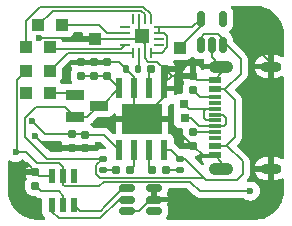
<source format=gtl>
%TF.GenerationSoftware,KiCad,Pcbnew,8.0.3*%
%TF.CreationDate,2025-02-27T13:02:28-06:00*%
%TF.ProjectId,HearingAid_Left,48656172-696e-4674-9169-645f4c656674,rev?*%
%TF.SameCoordinates,Original*%
%TF.FileFunction,Copper,L1,Top*%
%TF.FilePolarity,Positive*%
%FSLAX46Y46*%
G04 Gerber Fmt 4.6, Leading zero omitted, Abs format (unit mm)*
G04 Created by KiCad (PCBNEW 8.0.3) date 2025-02-27 13:02:28*
%MOMM*%
%LPD*%
G01*
G04 APERTURE LIST*
G04 Aperture macros list*
%AMRoundRect*
0 Rectangle with rounded corners*
0 $1 Rounding radius*
0 $2 $3 $4 $5 $6 $7 $8 $9 X,Y pos of 4 corners*
0 Add a 4 corners polygon primitive as box body*
4,1,4,$2,$3,$4,$5,$6,$7,$8,$9,$2,$3,0*
0 Add four circle primitives for the rounded corners*
1,1,$1+$1,$2,$3*
1,1,$1+$1,$4,$5*
1,1,$1+$1,$6,$7*
1,1,$1+$1,$8,$9*
0 Add four rect primitives between the rounded corners*
20,1,$1+$1,$2,$3,$4,$5,0*
20,1,$1+$1,$4,$5,$6,$7,0*
20,1,$1+$1,$6,$7,$8,$9,0*
20,1,$1+$1,$8,$9,$2,$3,0*%
G04 Aperture macros list end*
%TA.AperFunction,SMDPad,CuDef*%
%ADD10R,1.000000X1.000000*%
%TD*%
%TA.AperFunction,SMDPad,CuDef*%
%ADD11RoundRect,0.155000X-0.155000X0.212500X-0.155000X-0.212500X0.155000X-0.212500X0.155000X0.212500X0*%
%TD*%
%TA.AperFunction,SMDPad,CuDef*%
%ADD12RoundRect,0.160000X-0.160000X0.197500X-0.160000X-0.197500X0.160000X-0.197500X0.160000X0.197500X0*%
%TD*%
%TA.AperFunction,SMDPad,CuDef*%
%ADD13RoundRect,0.160000X0.197500X0.160000X-0.197500X0.160000X-0.197500X-0.160000X0.197500X-0.160000X0*%
%TD*%
%TA.AperFunction,SMDPad,CuDef*%
%ADD14RoundRect,0.150000X0.512500X0.150000X-0.512500X0.150000X-0.512500X-0.150000X0.512500X-0.150000X0*%
%TD*%
%TA.AperFunction,SMDPad,CuDef*%
%ADD15R,0.590000X1.210000*%
%TD*%
%TA.AperFunction,SMDPad,CuDef*%
%ADD16R,0.750000X0.750000*%
%TD*%
%TA.AperFunction,SMDPad,CuDef*%
%ADD17R,0.600000X1.800000*%
%TD*%
%TA.AperFunction,SMDPad,CuDef*%
%ADD18R,3.400000X2.500000*%
%TD*%
%TA.AperFunction,SMDPad,CuDef*%
%ADD19RoundRect,0.160000X-0.197500X-0.160000X0.197500X-0.160000X0.197500X0.160000X-0.197500X0.160000X0*%
%TD*%
%TA.AperFunction,SMDPad,CuDef*%
%ADD20RoundRect,0.062500X0.062500X-0.350000X0.062500X0.350000X-0.062500X0.350000X-0.062500X-0.350000X0*%
%TD*%
%TA.AperFunction,SMDPad,CuDef*%
%ADD21RoundRect,0.062500X0.350000X-0.062500X0.350000X0.062500X-0.350000X0.062500X-0.350000X-0.062500X0*%
%TD*%
%TA.AperFunction,HeatsinkPad*%
%ADD22R,1.230000X1.230000*%
%TD*%
%TA.AperFunction,SMDPad,CuDef*%
%ADD23RoundRect,0.150000X0.150000X-0.512500X0.150000X0.512500X-0.150000X0.512500X-0.150000X-0.512500X0*%
%TD*%
%TA.AperFunction,SMDPad,CuDef*%
%ADD24RoundRect,0.160000X0.160000X-0.197500X0.160000X0.197500X-0.160000X0.197500X-0.160000X-0.197500X0*%
%TD*%
%TA.AperFunction,SMDPad,CuDef*%
%ADD25R,1.140000X0.600000*%
%TD*%
%TA.AperFunction,SMDPad,CuDef*%
%ADD26R,1.140000X0.300000*%
%TD*%
%TA.AperFunction,SMDPad,CuDef*%
%ADD27O,2.100000X1.050000*%
%TD*%
%TA.AperFunction,ComponentPad*%
%ADD28O,1.800000X0.900000*%
%TD*%
%TA.AperFunction,SMDPad,CuDef*%
%ADD29RoundRect,0.155000X0.155000X-0.212500X0.155000X0.212500X-0.155000X0.212500X-0.155000X-0.212500X0*%
%TD*%
%TA.AperFunction,SMDPad,CuDef*%
%ADD30RoundRect,0.147500X0.172500X-0.147500X0.172500X0.147500X-0.172500X0.147500X-0.172500X-0.147500X0*%
%TD*%
%TA.AperFunction,SMDPad,CuDef*%
%ADD31RoundRect,0.135000X0.135000X0.185000X-0.135000X0.185000X-0.135000X-0.185000X0.135000X-0.185000X0*%
%TD*%
%TA.AperFunction,SMDPad,CuDef*%
%ADD32R,1.600200X0.863600*%
%TD*%
%TA.AperFunction,ViaPad*%
%ADD33C,0.600000*%
%TD*%
%TA.AperFunction,Conductor*%
%ADD34C,0.150000*%
%TD*%
%TA.AperFunction,Conductor*%
%ADD35C,0.200000*%
%TD*%
%TA.AperFunction,Conductor*%
%ADD36C,0.127000*%
%TD*%
G04 APERTURE END LIST*
D10*
%TO.P,TP30,1,1*%
%TO.N,VDD_ESP*%
X104900000Y-30120000D03*
%TD*%
D11*
%TO.P,C9,1*%
%TO.N,B+*%
X96850000Y-37442500D03*
%TO.P,C9,2*%
%TO.N,B-*%
X96850000Y-38577500D03*
%TD*%
D10*
%TO.P,TP11,1,1*%
%TO.N,CLK1*%
X93850000Y-30040000D03*
%TD*%
D12*
%TO.P,R9,1*%
%TO.N,B+*%
X95700000Y-37400000D03*
%TO.P,R9,2*%
%TO.N,B-*%
X95700000Y-38595000D03*
%TD*%
D10*
%TO.P,TP10,1,1*%
%TO.N,SEL1*%
X94850000Y-28180000D03*
%TD*%
%TO.P,TP1,1,1*%
%TO.N,SPK_P1*%
X91820000Y-30040000D03*
%TD*%
D13*
%TO.P,R6,1*%
%TO.N,B-*%
X103590000Y-31860000D03*
%TO.P,R6,2*%
%TO.N,Net-(U3-PROG)*%
X102395000Y-31860000D03*
%TD*%
D10*
%TO.P,TP25,1,1*%
%TO.N,B-*%
X97670000Y-29360000D03*
%TD*%
%TO.P,TP2,1,1*%
%TO.N,SPK_N1*%
X92860000Y-28180000D03*
%TD*%
D14*
%TO.P,Q2,1*%
%TO.N,N/C*%
X102695000Y-43870000D03*
%TO.P,Q2,2*%
%TO.N,B-*%
X102695000Y-42920000D03*
%TO.P,Q2,3*%
X102695000Y-41970000D03*
%TO.P,Q2,4*%
%TO.N,/G2*%
X100420000Y-41970000D03*
%TO.P,Q2,5*%
%TO.N,/G1*%
X100420000Y-42920000D03*
%TO.P,Q2,6*%
%TO.N,B-*%
X100420000Y-43870000D03*
%TD*%
D15*
%TO.P,U4,1,OD*%
%TO.N,/G1*%
X94030000Y-43410000D03*
%TO.P,U4,2,CS*%
%TO.N,Net-(U4-CS)*%
X94980000Y-43410000D03*
%TO.P,U4,3,OC*%
%TO.N,/G2*%
X95930000Y-43410000D03*
%TO.P,U4,4,TD*%
%TO.N,unconnected-(U4-TD-Pad4)*%
X95930000Y-40900000D03*
%TO.P,U4,5,VCC*%
%TO.N,B+*%
X94980000Y-40900000D03*
%TO.P,U4,6,GND*%
%TO.N,B-*%
X94030000Y-40900000D03*
%TD*%
D10*
%TO.P,TP12,1,1*%
%TO.N,SPK_DATA1*%
X93880000Y-32010000D03*
%TD*%
D16*
%TO.P,TP29,1,1*%
%TO.N,D+*%
X105240000Y-34830000D03*
%TD*%
D17*
%TO.P,U3,1,TEMP*%
%TO.N,B-*%
X103560000Y-33520000D03*
%TO.P,U3,2,PROG*%
%TO.N,Net-(U3-PROG)*%
X102290000Y-33520000D03*
%TO.P,U3,3,GND*%
%TO.N,B-*%
X101020000Y-33520000D03*
%TO.P,U3,4,VCC*%
%TO.N,VBUS*%
X99750000Y-33520000D03*
%TO.P,U3,5,BAT*%
%TO.N,B+*%
X99750000Y-38752400D03*
%TO.P,U3,6,~{STDBY}*%
%TO.N,Net-(U3-~{STDBY})*%
X101020000Y-38752400D03*
%TO.P,U3,7,~{CHRG}*%
%TO.N,Net-(U3-~{CHRG})*%
X102290000Y-38752400D03*
%TO.P,U3,8,CE*%
%TO.N,VBUS*%
X103560000Y-38752400D03*
D18*
%TO.P,U3,PAD,GND*%
%TO.N,B-*%
X101655000Y-36136200D03*
%TD*%
D19*
%TO.P,R5,1*%
%TO.N,Net-(D1-K)*%
X99485000Y-40420000D03*
%TO.P,R5,2*%
%TO.N,Net-(U3-~{STDBY})*%
X100680000Y-40420000D03*
%TD*%
D20*
%TO.P,U2,1,DIN*%
%TO.N,SPK_DATA1*%
X100892500Y-30507500D03*
%TO.P,U2,2,GAIN_SLOT*%
%TO.N,Net-(U2-GAIN_SLOT)*%
X101392500Y-30507500D03*
%TO.P,U2,3,GND*%
%TO.N,B-*%
X101892500Y-30507500D03*
%TO.P,U2,4,~{SD_MODE}*%
%TO.N,VDD_ESP*%
X102392500Y-30507500D03*
D21*
%TO.P,U2,5,NC*%
%TO.N,unconnected-(U2-NC-Pad5)*%
X103080000Y-29820000D03*
%TO.P,U2,6,NC*%
%TO.N,unconnected-(U2-NC-Pad6)*%
X103080000Y-29320000D03*
%TO.P,U2,7,VDD*%
%TO.N,VDD_ESP*%
X103080000Y-28820000D03*
%TO.P,U2,8,VDD*%
X103080000Y-28320000D03*
D20*
%TO.P,U2,9,OUTP*%
%TO.N,SPK_P1*%
X102392500Y-27632500D03*
%TO.P,U2,10,OUTN*%
%TO.N,SPK_N1*%
X101892500Y-27632500D03*
%TO.P,U2,11,GND*%
%TO.N,B-*%
X101392500Y-27632500D03*
%TO.P,U2,12,NC*%
%TO.N,unconnected-(U2-NC-Pad12)*%
X100892500Y-27632500D03*
D21*
%TO.P,U2,13,NC*%
%TO.N,unconnected-(U2-NC-Pad13)*%
X100205000Y-28320000D03*
%TO.P,U2,14,LRCLK*%
%TO.N,SEL1*%
X100205000Y-28820000D03*
%TO.P,U2,15,GND*%
%TO.N,B-*%
X100205000Y-29320000D03*
%TO.P,U2,16,BCLK*%
%TO.N,CLK1*%
X100205000Y-29820000D03*
D22*
%TO.P,U2,17,PAD*%
%TO.N,B-*%
X101642500Y-29070000D03*
%TD*%
D23*
%TO.P,U1,1,VIN*%
%TO.N,VBUS*%
X106630000Y-29870000D03*
%TO.P,U1,2,GND*%
%TO.N,B-*%
X107580000Y-29870000D03*
%TO.P,U1,3,EN*%
%TO.N,VBUS*%
X108530000Y-29870000D03*
%TO.P,U1,4,NC*%
%TO.N,unconnected-(U1-NC-Pad4)*%
X108530000Y-27595000D03*
%TO.P,U1,5,VOUT*%
%TO.N,VDD_ESP*%
X106630000Y-27595000D03*
%TD*%
D24*
%TO.P,R3,1*%
%TO.N,Net-(J1-CC1_B)*%
X105960000Y-33647500D03*
%TO.P,R3,2*%
%TO.N,B-*%
X105960000Y-32452500D03*
%TD*%
%TO.P,R1,1*%
%TO.N,VBUS*%
X98660000Y-32467500D03*
%TO.P,R1,2*%
%TO.N,B-*%
X98660000Y-31272500D03*
%TD*%
D13*
%TO.P,R4,1*%
%TO.N,Net-(D2-K)*%
X103717500Y-40420000D03*
%TO.P,R4,2*%
%TO.N,Net-(U3-~{CHRG})*%
X102522500Y-40420000D03*
%TD*%
D25*
%TO.P,J1,A1_B12,GND*%
%TO.N,B-*%
X107820000Y-39180000D03*
%TO.P,J1,A4_B9,VBUS*%
%TO.N,VBUS*%
X107820000Y-38380000D03*
D26*
%TO.P,J1,A5,CC1_A*%
%TO.N,Net-(J1-CC1_A)*%
X107820000Y-37230000D03*
%TO.P,J1,A6,D+_A*%
%TO.N,D+*%
X107820000Y-36230000D03*
%TO.P,J1,A7,D-_A*%
%TO.N,D-*%
X107820000Y-35730000D03*
%TO.P,J1,A8,SBU1*%
%TO.N,unconnected-(J1-SBU1-PadA8)*%
X107820000Y-34730000D03*
D25*
%TO.P,J1,B1_A12,GND__1*%
%TO.N,B-*%
X107820000Y-32780000D03*
%TO.P,J1,B4_A9,VBUS__1*%
%TO.N,VBUS*%
X107820000Y-33580000D03*
D26*
%TO.P,J1,B5,CC1_B*%
%TO.N,Net-(J1-CC1_B)*%
X107820000Y-34230000D03*
%TO.P,J1,B6,D+_B*%
%TO.N,D+*%
X107820000Y-35230000D03*
%TO.P,J1,B7,D-_B*%
%TO.N,D-*%
X107820000Y-36730000D03*
%TO.P,J1,B8,SBU2*%
%TO.N,unconnected-(J1-SBU2-PadB8)*%
X107820000Y-37730000D03*
D27*
%TO.P,J1,SH1,SHIELD*%
%TO.N,B-*%
X108390000Y-40300000D03*
%TO.P,J1,SH2,SHIELD__1*%
X108390000Y-31660000D03*
D28*
%TO.P,J1,SH3,SHIELD__2*%
X112570000Y-40300000D03*
%TO.P,J1,SH4,SHIELD__3*%
X112570000Y-31660000D03*
%TD*%
D10*
%TO.P,TP14,1,1*%
%TO.N,MIC_DATA1*%
X91840000Y-33930000D03*
%TD*%
%TO.P,TP27,1,1*%
%TO.N,B+*%
X91830000Y-32030000D03*
%TD*%
D29*
%TO.P,C1,1*%
%TO.N,VBUS*%
X96480000Y-32430000D03*
%TO.P,C1,2*%
%TO.N,B-*%
X96480000Y-31295000D03*
%TD*%
D16*
%TO.P,TP28,1,1*%
%TO.N,D-*%
X105260000Y-36030000D03*
%TD*%
D29*
%TO.P,C2,1*%
%TO.N,VBUS*%
X97580000Y-32437500D03*
%TO.P,C2,2*%
%TO.N,B-*%
X97580000Y-31302500D03*
%TD*%
D30*
%TO.P,D1,1,K*%
%TO.N,Net-(D1-K)*%
X98380000Y-40420000D03*
%TO.P,D1,2,A*%
%TO.N,VBUS*%
X98380000Y-39450000D03*
%TD*%
D24*
%TO.P,R2,1*%
%TO.N,B-*%
X105990000Y-38367500D03*
%TO.P,R2,2*%
%TO.N,Net-(J1-CC1_A)*%
X105990000Y-37172500D03*
%TD*%
D31*
%TO.P,R10,1*%
%TO.N,Net-(U2-GAIN_SLOT)*%
X101335000Y-31876200D03*
%TO.P,R10,2*%
%TO.N,B-*%
X100315000Y-31876200D03*
%TD*%
D30*
%TO.P,D2,1,K*%
%TO.N,Net-(D2-K)*%
X104840000Y-40430000D03*
%TO.P,D2,2,A*%
%TO.N,VBUS*%
X104840000Y-39460000D03*
%TD*%
D32*
%TO.P,Q1,1,D*%
%TO.N,Net-(Q1-D)*%
X95970000Y-34049999D03*
%TO.P,Q1,2,G*%
%TO.N,VBUS*%
X95970000Y-35950001D03*
%TO.P,Q1,3,S*%
X97981000Y-35000000D03*
%TD*%
D10*
%TO.P,TP31,1,1*%
%TO.N,Net-(Q1-D)*%
X93910000Y-33920000D03*
%TD*%
D24*
%TO.P,R7,1*%
%TO.N,Net-(U4-CS)*%
X92610000Y-41750000D03*
%TO.P,R7,2*%
%TO.N,B-*%
X92610000Y-40555000D03*
%TD*%
D33*
%TO.N,B-*%
X92560000Y-37570000D03*
X91850000Y-40030000D03*
X110450000Y-29260000D03*
X92925356Y-29276032D03*
%TO.N,B+*%
X92350000Y-36290000D03*
X90950000Y-38940000D03*
X110840000Y-42200000D03*
%TD*%
D34*
%TO.N,B-*%
X108390000Y-40300000D02*
X108390000Y-39750000D01*
X106802500Y-39180000D02*
X105990000Y-38367500D01*
X112570000Y-31380000D02*
X110450000Y-29260000D01*
X107580000Y-30850000D02*
X108390000Y-31660000D01*
D35*
X104182500Y-32452500D02*
X103590000Y-31860000D01*
X91850000Y-40030000D02*
X92085000Y-40030000D01*
X95700000Y-38595000D02*
X93585000Y-38595000D01*
X101020000Y-33520000D02*
X101020000Y-35501200D01*
X101642500Y-29070000D02*
X101392500Y-28820000D01*
X99733800Y-31295000D02*
X96480000Y-31295000D01*
X99778114Y-29320000D02*
X99738114Y-29360000D01*
X111310000Y-43220000D02*
X112570000Y-41960000D01*
D34*
X101427304Y-43870000D02*
X102377304Y-42920000D01*
D35*
X103560000Y-34231200D02*
X101655000Y-36136200D01*
X95717500Y-38577500D02*
X95700000Y-38595000D01*
D34*
X108390000Y-31660000D02*
X108390000Y-32210000D01*
D35*
X103560000Y-33520000D02*
X103560000Y-31890000D01*
X104182500Y-32452500D02*
X103560000Y-33075000D01*
D34*
X108390000Y-39750000D02*
X107820000Y-39180000D01*
D35*
X92955000Y-40900000D02*
X92610000Y-40555000D01*
X96850000Y-38577500D02*
X95717500Y-38577500D01*
X101392500Y-28820000D02*
X101392500Y-27632500D01*
X112820000Y-31620000D02*
X112080000Y-31620000D01*
X100315000Y-31876200D02*
X101020000Y-32581200D01*
X100205000Y-29320000D02*
X99778114Y-29320000D01*
D34*
X102377304Y-42920000D02*
X102695000Y-42920000D01*
D35*
X102346948Y-42760000D02*
X102700000Y-42760000D01*
X102198114Y-31240000D02*
X101892500Y-30934386D01*
D34*
X102695000Y-42920000D02*
X102695000Y-41970000D01*
D35*
X99738114Y-29360000D02*
X97670000Y-29360000D01*
X106287500Y-32780000D02*
X107820000Y-32780000D01*
X101892500Y-29320000D02*
X101642500Y-29070000D01*
X105960000Y-32452500D02*
X104182500Y-32452500D01*
X102346948Y-41810000D02*
X102700000Y-41810000D01*
X97670000Y-29360000D02*
X97550000Y-29240000D01*
D34*
X100420000Y-43870000D02*
X101427304Y-43870000D01*
D35*
X102970000Y-31240000D02*
X102198114Y-31240000D01*
X101020000Y-35501200D02*
X101655000Y-36136200D01*
D34*
X112570000Y-40300000D02*
X112570000Y-31660000D01*
D35*
X103758700Y-36136200D02*
X105990000Y-38367500D01*
X100205000Y-29320000D02*
X101392500Y-29320000D01*
X103560000Y-33520000D02*
X103560000Y-34231200D01*
X101655000Y-36136200D02*
X103758700Y-36136200D01*
X92961388Y-29240000D02*
X92925356Y-29276032D01*
X101020000Y-32581200D02*
X101020000Y-33520000D01*
X97550000Y-29240000D02*
X92961388Y-29240000D01*
X100315000Y-31876200D02*
X99733800Y-31295000D01*
X112570000Y-41960000D02*
X112570000Y-40300000D01*
D34*
X107820000Y-39180000D02*
X106802500Y-39180000D01*
D35*
X101392500Y-29320000D02*
X101642500Y-29070000D01*
X105170000Y-43220000D02*
X111310000Y-43220000D01*
X103560000Y-33075000D02*
X103560000Y-33520000D01*
X103560000Y-31890000D02*
X103590000Y-31860000D01*
X104870000Y-42920000D02*
X102695000Y-42920000D01*
X103590000Y-31860000D02*
X102970000Y-31240000D01*
D34*
X108390000Y-32210000D02*
X107820000Y-32780000D01*
D35*
X94030000Y-40900000D02*
X92955000Y-40900000D01*
X105170000Y-43220000D02*
X104870000Y-42920000D01*
X92085000Y-40030000D02*
X92610000Y-40555000D01*
X101892500Y-30507500D02*
X101892500Y-29320000D01*
D34*
X112570000Y-31660000D02*
X112570000Y-31380000D01*
D35*
X105960000Y-32452500D02*
X106287500Y-32780000D01*
D34*
X107580000Y-29870000D02*
X107580000Y-30850000D01*
D35*
X101892500Y-30934386D02*
X101892500Y-30507500D01*
X93585000Y-38595000D02*
X92560000Y-37570000D01*
%TO.N,Net-(U2-GAIN_SLOT)*%
X101392500Y-30507500D02*
X101392500Y-31818700D01*
X101392500Y-31818700D02*
X101335000Y-31876200D01*
D36*
%TO.N,B+*%
X105756500Y-41406500D02*
X106550000Y-42200000D01*
D35*
X93460000Y-37400000D02*
X92350000Y-36290000D01*
D34*
X95105000Y-41780000D02*
X98045000Y-41780000D01*
D36*
X98045000Y-41780000D02*
X98415000Y-41410000D01*
D34*
X91830000Y-32030000D02*
X91065000Y-32795000D01*
D36*
X99728566Y-41410000D02*
X99732066Y-41406500D01*
D35*
X95700000Y-37400000D02*
X93460000Y-37400000D01*
D34*
X94980000Y-40900000D02*
X94980000Y-41655000D01*
X91065000Y-38825000D02*
X90950000Y-38940000D01*
D36*
X98415000Y-41410000D02*
X99728566Y-41410000D01*
D34*
X92735000Y-39825000D02*
X91850000Y-38940000D01*
X106550000Y-42200000D02*
X110840000Y-42200000D01*
X91065000Y-32795000D02*
X91065000Y-38825000D01*
D35*
X96850000Y-37442500D02*
X98440100Y-37442500D01*
D34*
X94660000Y-39825000D02*
X92735000Y-39825000D01*
D35*
X98440100Y-37442500D02*
X99750000Y-38752400D01*
D34*
X91850000Y-38940000D02*
X90950000Y-38940000D01*
D36*
X99732066Y-41406500D02*
X105756500Y-41406500D01*
D34*
X94980000Y-40145000D02*
X94660000Y-39825000D01*
D35*
X96807500Y-37400000D02*
X96850000Y-37442500D01*
D34*
X94980000Y-41655000D02*
X95105000Y-41780000D01*
X94980000Y-40900000D02*
X94980000Y-40145000D01*
D35*
X95700000Y-37400000D02*
X96807500Y-37400000D01*
%TO.N,VBUS*%
X108700000Y-33580000D02*
X107820000Y-33580000D01*
X98270000Y-35000000D02*
X99750000Y-33520000D01*
X106630000Y-29870000D02*
X106630000Y-29207501D01*
X110000000Y-32280000D02*
X108700000Y-33580000D01*
X109510000Y-37670000D02*
X108800000Y-38380000D01*
X95129999Y-35110000D02*
X95970000Y-35950001D01*
X108530000Y-29870000D02*
X108829999Y-29870000D01*
X109510000Y-37670000D02*
X109510000Y-34480000D01*
X108800000Y-38380000D02*
X107820000Y-38380000D01*
X108829999Y-29870000D02*
X110000000Y-31040001D01*
X110170000Y-39680000D02*
X108870000Y-38380000D01*
X92680000Y-35110000D02*
X95129999Y-35110000D01*
X93591471Y-39450000D02*
X91750000Y-37608529D01*
D36*
X106935000Y-41075000D02*
X107110000Y-41250000D01*
D35*
X109690000Y-41250000D02*
X110170000Y-40770000D01*
X110170000Y-40770000D02*
X110170000Y-39680000D01*
X110000000Y-31040001D02*
X110000000Y-32280000D01*
D36*
X98380000Y-39450000D02*
X97796500Y-40033500D01*
D35*
X109510000Y-34480000D02*
X108610000Y-33580000D01*
X96480000Y-32430000D02*
X98622500Y-32430000D01*
X108530000Y-29320000D02*
X108530000Y-29870000D01*
X97981000Y-35000000D02*
X98270000Y-35000000D01*
D36*
X98129670Y-41075000D02*
X106935000Y-41075000D01*
D35*
X103560000Y-38752400D02*
X104132400Y-38752400D01*
X104840000Y-39460000D02*
X105320000Y-39460000D01*
D36*
X97796500Y-40741830D02*
X98129670Y-41075000D01*
X98380000Y-39450000D02*
X93591471Y-39450000D01*
D35*
X106930001Y-28907500D02*
X108117500Y-28907500D01*
X91750000Y-36040000D02*
X92680000Y-35110000D01*
X98660000Y-32467500D02*
X98697500Y-32467500D01*
X91750000Y-37608529D02*
X91750000Y-36040000D01*
X108870000Y-38380000D02*
X107820000Y-38380000D01*
X99750000Y-33520000D02*
X99750000Y-33670999D01*
X95970000Y-35950001D02*
X97030999Y-35950001D01*
X108610000Y-33580000D02*
X107820000Y-33580000D01*
X98697500Y-32467500D02*
X99750000Y-33520000D01*
X104132400Y-38752400D02*
X104840000Y-39460000D01*
X107110000Y-41250000D02*
X109690000Y-41250000D01*
X106630000Y-29207501D02*
X106930001Y-28907500D01*
D36*
X97796500Y-40033500D02*
X97796500Y-40741830D01*
D35*
X108117500Y-28907500D02*
X108530000Y-29320000D01*
X105320000Y-39460000D02*
X107110000Y-41250000D01*
X97030999Y-35950001D02*
X97981000Y-35000000D01*
X98622500Y-32430000D02*
X98660000Y-32467500D01*
D34*
%TO.N,VDD_ESP*%
X106630000Y-28240000D02*
X106630000Y-27595000D01*
D35*
X103506886Y-28820000D02*
X103080000Y-28820000D01*
X102392500Y-30507500D02*
X103319386Y-30507500D01*
X103792500Y-30034386D02*
X103792500Y-29105614D01*
X105905000Y-28320000D02*
X103080000Y-28320000D01*
X103319386Y-30507500D02*
X103792500Y-30034386D01*
X103792500Y-29105614D02*
X103506886Y-28820000D01*
D34*
X104900000Y-30120000D02*
X104900000Y-29970000D01*
D35*
X106630000Y-27595000D02*
X105905000Y-28320000D01*
X103080000Y-28320000D02*
X103080000Y-28820000D01*
D34*
X104900000Y-29970000D02*
X106630000Y-28240000D01*
D35*
%TO.N,Net-(J1-CC1_B)*%
X106542500Y-34230000D02*
X107820000Y-34230000D01*
X105960000Y-33647500D02*
X106542500Y-34230000D01*
D34*
%TO.N,D-*%
X106524618Y-36730000D02*
X105824618Y-36030000D01*
X108480000Y-35730000D02*
X107820000Y-35730000D01*
X108790000Y-36530000D02*
X108790000Y-36040000D01*
X107820000Y-36730000D02*
X106524618Y-36730000D01*
X107820000Y-36730000D02*
X108590000Y-36730000D01*
X108790000Y-36040000D02*
X108480000Y-35730000D01*
X105824618Y-36030000D02*
X105260000Y-36030000D01*
X108590000Y-36730000D02*
X108790000Y-36530000D01*
%TO.N,D+*%
X106880000Y-36060000D02*
X107050000Y-36230000D01*
X107820000Y-35230000D02*
X105640000Y-35230000D01*
X105640000Y-35230000D02*
X105240000Y-34830000D01*
X107820000Y-35230000D02*
X107050000Y-35230000D01*
X106880000Y-35400000D02*
X106880000Y-36060000D01*
X107050000Y-35230000D02*
X106880000Y-35400000D01*
X107050000Y-36230000D02*
X107820000Y-36230000D01*
%TO.N,Net-(J1-CC1_A)*%
X106047500Y-37230000D02*
X105990000Y-37172500D01*
X107820000Y-37230000D02*
X106047500Y-37230000D01*
%TO.N,CLK1*%
X99890000Y-30135000D02*
X93945000Y-30135000D01*
X93945000Y-30135000D02*
X93850000Y-30040000D01*
X100205000Y-29820000D02*
X99890000Y-30135000D01*
%TO.N,SEL1*%
X98040000Y-28180000D02*
X94850000Y-28180000D01*
X100205000Y-28820000D02*
X98680000Y-28820000D01*
X98680000Y-28820000D02*
X98040000Y-28180000D01*
%TO.N,Net-(Q1-D)*%
X95840001Y-33920000D02*
X95970000Y-34049999D01*
X93910000Y-33920000D02*
X95840001Y-33920000D01*
D35*
%TO.N,/G1*%
X94030000Y-43410000D02*
X94030000Y-43960000D01*
D36*
X98079279Y-44526407D02*
X99685686Y-42920000D01*
X99685686Y-42920000D02*
X100420000Y-42920000D01*
X94596407Y-44526407D02*
X98079279Y-44526407D01*
X94030000Y-43960000D02*
X94596407Y-44526407D01*
D35*
%TO.N,/G2*%
X100066948Y-41970000D02*
X100420000Y-41970000D01*
X95930000Y-43410000D02*
X96400000Y-43880000D01*
X98530000Y-43510000D02*
X98530000Y-43506948D01*
X96400000Y-43880000D02*
X98160000Y-43880000D01*
X98160000Y-43880000D02*
X98530000Y-43510000D01*
X98530000Y-43506948D02*
X100066948Y-41970000D01*
%TO.N,Net-(D2-K)*%
X103717500Y-40420000D02*
X104830000Y-40420000D01*
X104830000Y-40420000D02*
X104840000Y-40430000D01*
%TO.N,Net-(U3-~{CHRG})*%
X102290000Y-38752400D02*
X102290000Y-40187500D01*
X102290000Y-40187500D02*
X102522500Y-40420000D01*
%TO.N,Net-(U3-~{STDBY})*%
X101020000Y-40080000D02*
X100680000Y-40420000D01*
X101020000Y-38752400D02*
X101020000Y-40080000D01*
%TO.N,Net-(D1-K)*%
X98380000Y-40420000D02*
X99485000Y-40420000D01*
%TO.N,Net-(U3-PROG)*%
X102290000Y-33520000D02*
X102290000Y-31965000D01*
X102290000Y-31965000D02*
X102395000Y-31860000D01*
%TO.N,Net-(U4-CS)*%
X92610000Y-41750000D02*
X93080000Y-42220000D01*
X94595000Y-42220000D02*
X94980000Y-42605000D01*
X94980000Y-42605000D02*
X94980000Y-43410000D01*
X93080000Y-42220000D02*
X94595000Y-42220000D01*
D34*
%TO.N,SPK_P1*%
X93035000Y-26595000D02*
X91820000Y-27810000D01*
X102392500Y-27632500D02*
X102392500Y-27220001D01*
X101767499Y-26595000D02*
X93035000Y-26595000D01*
X91820000Y-27810000D02*
X91820000Y-30040000D01*
X102392500Y-27220001D02*
X101767499Y-26595000D01*
%TO.N,SPK_N1*%
X101596530Y-26945000D02*
X101892500Y-27240970D01*
X94095000Y-26945000D02*
X101596530Y-26945000D01*
X101892500Y-27240970D02*
X101892500Y-27632500D01*
X92860000Y-28180000D02*
X94095000Y-26945000D01*
%TO.N,SPK_DATA1*%
X93880000Y-32010000D02*
X95382500Y-30507500D01*
X95382500Y-30507500D02*
X100892500Y-30507500D01*
%TD*%
%TA.AperFunction,Conductor*%
%TO.N,B-*%
G36*
X111196674Y-26514377D02*
G01*
X111329968Y-26516244D01*
X111342089Y-26517011D01*
X111586852Y-26544590D01*
X111611336Y-26547349D01*
X111625045Y-26549678D01*
X111701864Y-26567211D01*
X111884908Y-26608990D01*
X111898264Y-26612838D01*
X112149866Y-26700877D01*
X112162709Y-26706197D01*
X112402824Y-26821830D01*
X112402851Y-26821843D01*
X112415020Y-26828568D01*
X112640728Y-26970389D01*
X112652058Y-26978429D01*
X112700171Y-27016798D01*
X112860446Y-27144612D01*
X112870815Y-27153877D01*
X113059302Y-27342362D01*
X113068568Y-27352731D01*
X113234757Y-27561124D01*
X113242803Y-27572464D01*
X113384613Y-27798150D01*
X113391340Y-27810320D01*
X113506996Y-28050477D01*
X113512317Y-28063324D01*
X113600353Y-28314908D01*
X113604202Y-28328268D01*
X113612130Y-28363001D01*
X113663518Y-28588134D01*
X113665847Y-28601843D01*
X113696178Y-28871020D01*
X113696946Y-28883185D01*
X113698791Y-29016207D01*
X113698803Y-29018022D01*
X113697491Y-30738236D01*
X113677755Y-30805260D01*
X113624916Y-30850975D01*
X113555750Y-30860865D01*
X113504601Y-30841244D01*
X113469998Y-30818123D01*
X113469991Y-30818119D01*
X113297105Y-30746508D01*
X113297097Y-30746506D01*
X113113570Y-30710000D01*
X112820000Y-30710000D01*
X112820000Y-31360000D01*
X112320000Y-31360000D01*
X112320000Y-30710000D01*
X112026430Y-30710000D01*
X111842902Y-30746506D01*
X111842894Y-30746508D01*
X111670008Y-30818119D01*
X111669999Y-30818124D01*
X111514410Y-30922086D01*
X111514406Y-30922089D01*
X111382089Y-31054406D01*
X111382086Y-31054410D01*
X111278124Y-31209999D01*
X111278119Y-31210008D01*
X111206507Y-31382896D01*
X111206506Y-31382899D01*
X111201115Y-31409999D01*
X111201116Y-31410000D01*
X112003012Y-31410000D01*
X111985795Y-31419940D01*
X111929940Y-31475795D01*
X111890444Y-31544204D01*
X111870000Y-31620504D01*
X111870000Y-31699496D01*
X111890444Y-31775796D01*
X111929940Y-31844205D01*
X111985795Y-31900060D01*
X112003012Y-31910000D01*
X111201116Y-31910000D01*
X111206506Y-31937100D01*
X111206507Y-31937103D01*
X111278119Y-32109991D01*
X111278124Y-32110000D01*
X111382086Y-32265589D01*
X111382089Y-32265593D01*
X111514406Y-32397910D01*
X111514410Y-32397913D01*
X111669999Y-32501875D01*
X111670008Y-32501880D01*
X111842894Y-32573491D01*
X111842902Y-32573493D01*
X112026428Y-32609999D01*
X112026431Y-32610000D01*
X112320000Y-32610000D01*
X112320000Y-31960000D01*
X112820000Y-31960000D01*
X112820000Y-32610000D01*
X113113569Y-32610000D01*
X113113571Y-32609999D01*
X113297097Y-32573493D01*
X113297105Y-32573491D01*
X113469991Y-32501880D01*
X113469996Y-32501877D01*
X113503192Y-32479696D01*
X113569869Y-32458817D01*
X113637250Y-32477300D01*
X113683941Y-32529278D01*
X113696085Y-32582892D01*
X113690908Y-39373837D01*
X113671172Y-39440861D01*
X113618333Y-39486576D01*
X113549167Y-39496466D01*
X113498019Y-39476845D01*
X113470003Y-39458126D01*
X113469991Y-39458119D01*
X113297105Y-39386508D01*
X113297097Y-39386506D01*
X113113570Y-39350000D01*
X112820000Y-39350000D01*
X112820000Y-40000000D01*
X112320000Y-40000000D01*
X112320000Y-39350000D01*
X112026430Y-39350000D01*
X111842902Y-39386506D01*
X111842894Y-39386508D01*
X111670008Y-39458119D01*
X111669999Y-39458124D01*
X111514410Y-39562086D01*
X111514406Y-39562089D01*
X111382089Y-39694406D01*
X111382086Y-39694410D01*
X111278124Y-39849999D01*
X111278119Y-39850008D01*
X111206507Y-40022896D01*
X111206506Y-40022899D01*
X111201115Y-40049999D01*
X111201116Y-40050000D01*
X112003012Y-40050000D01*
X111985795Y-40059940D01*
X111929940Y-40115795D01*
X111890444Y-40184204D01*
X111870000Y-40260504D01*
X111870000Y-40339496D01*
X111890444Y-40415796D01*
X111929940Y-40484205D01*
X111985795Y-40540060D01*
X112003012Y-40550000D01*
X111201116Y-40550000D01*
X111206506Y-40577100D01*
X111206507Y-40577103D01*
X111278119Y-40749991D01*
X111278124Y-40750000D01*
X111382086Y-40905589D01*
X111382089Y-40905593D01*
X111514406Y-41037910D01*
X111514410Y-41037913D01*
X111669999Y-41141875D01*
X111670008Y-41141880D01*
X111842894Y-41213491D01*
X111842902Y-41213493D01*
X112026428Y-41249999D01*
X112026431Y-41250000D01*
X112320000Y-41250000D01*
X112320000Y-40600000D01*
X112820000Y-40600000D01*
X112820000Y-41250000D01*
X113113569Y-41250000D01*
X113113571Y-41249999D01*
X113297097Y-41213493D01*
X113297105Y-41213491D01*
X113469991Y-41141880D01*
X113469998Y-41141876D01*
X113496601Y-41124100D01*
X113563278Y-41103220D01*
X113630659Y-41121703D01*
X113677350Y-41173680D01*
X113689495Y-41227294D01*
X113688810Y-42126664D01*
X113688798Y-42128309D01*
X113686925Y-42261876D01*
X113686157Y-42274022D01*
X113655820Y-42543243D01*
X113653491Y-42556951D01*
X113594178Y-42816812D01*
X113590328Y-42830174D01*
X113502293Y-43081762D01*
X113496972Y-43094609D01*
X113381318Y-43334762D01*
X113374591Y-43346933D01*
X113232784Y-43572615D01*
X113224738Y-43583955D01*
X113058549Y-43792348D01*
X113049283Y-43802716D01*
X112860807Y-43991192D01*
X112850438Y-44000458D01*
X112642046Y-44166644D01*
X112630706Y-44174691D01*
X112405013Y-44316503D01*
X112392843Y-44323229D01*
X112152702Y-44438875D01*
X112139854Y-44444197D01*
X111888265Y-44532231D01*
X111874904Y-44536080D01*
X111615037Y-44595393D01*
X111601328Y-44597722D01*
X111332072Y-44628061D01*
X111319939Y-44628829D01*
X111186722Y-44630710D01*
X111184935Y-44630722D01*
X103818189Y-44628583D01*
X103751155Y-44608879D01*
X103705416Y-44556062D01*
X103695492Y-44486900D01*
X103721979Y-44428947D01*
X103720798Y-44428031D01*
X103725575Y-44421870D01*
X103725581Y-44421865D01*
X103809244Y-44280398D01*
X103855098Y-44122569D01*
X103858000Y-44085694D01*
X103858000Y-43654306D01*
X103855098Y-43617431D01*
X103845372Y-43583955D01*
X103821336Y-43501224D01*
X103809244Y-43459602D01*
X103808074Y-43457624D01*
X103807630Y-43455874D01*
X103806147Y-43452446D01*
X103806700Y-43452206D01*
X103790896Y-43389901D01*
X103806253Y-43337603D01*
X103805684Y-43337357D01*
X103807682Y-43332738D01*
X103808081Y-43331382D01*
X103808781Y-43330197D01*
X103854600Y-43172486D01*
X103854795Y-43170001D01*
X103854795Y-43170000D01*
X103589315Y-43170000D01*
X103526194Y-43152732D01*
X103467896Y-43118255D01*
X103467893Y-43118254D01*
X103310073Y-43072402D01*
X103310067Y-43072401D01*
X103273201Y-43069500D01*
X103273194Y-43069500D01*
X102569000Y-43069500D01*
X102501961Y-43049815D01*
X102456206Y-42997011D01*
X102445000Y-42945500D01*
X102445000Y-42094500D01*
X102464685Y-42027461D01*
X102517489Y-41981706D01*
X102569000Y-41970500D01*
X102821000Y-41970500D01*
X102888039Y-41990185D01*
X102933794Y-42042989D01*
X102945000Y-42094500D01*
X102945000Y-42670000D01*
X103854795Y-42670000D01*
X103854795Y-42669998D01*
X103854600Y-42667513D01*
X103808782Y-42509804D01*
X103807790Y-42508127D01*
X103807411Y-42506635D01*
X103805685Y-42502646D01*
X103806328Y-42502367D01*
X103790604Y-42440404D01*
X103806124Y-42387544D01*
X103805685Y-42387354D01*
X103807226Y-42383792D01*
X103807790Y-42381873D01*
X103808784Y-42380191D01*
X103854599Y-42222495D01*
X103854600Y-42222489D01*
X103857499Y-42185649D01*
X103857500Y-42185634D01*
X103857500Y-42094500D01*
X103877185Y-42027461D01*
X103929989Y-41981706D01*
X103981500Y-41970500D01*
X105471522Y-41970500D01*
X105538561Y-41990185D01*
X105559203Y-42006819D01*
X106055722Y-42503338D01*
X106075427Y-42529017D01*
X106089482Y-42553361D01*
X106089484Y-42553363D01*
X106089485Y-42553365D01*
X106196635Y-42660515D01*
X106327865Y-42736281D01*
X106474234Y-42775500D01*
X110232060Y-42775500D01*
X110299099Y-42795185D01*
X110319741Y-42811819D01*
X110337738Y-42829816D01*
X110490478Y-42925789D01*
X110546809Y-42945500D01*
X110660745Y-42985368D01*
X110660750Y-42985369D01*
X110839996Y-43005565D01*
X110840000Y-43005565D01*
X110840004Y-43005565D01*
X111019249Y-42985369D01*
X111019252Y-42985368D01*
X111019255Y-42985368D01*
X111189522Y-42925789D01*
X111342262Y-42829816D01*
X111469816Y-42702262D01*
X111565789Y-42549522D01*
X111625368Y-42379255D01*
X111626029Y-42373390D01*
X111645565Y-42200003D01*
X111645565Y-42199996D01*
X111625369Y-42020750D01*
X111625368Y-42020745D01*
X111611708Y-41981706D01*
X111565789Y-41850478D01*
X111469816Y-41697738D01*
X111342262Y-41570184D01*
X111314710Y-41552872D01*
X111189523Y-41474211D01*
X111019254Y-41414631D01*
X111019249Y-41414630D01*
X110840004Y-41394435D01*
X110839996Y-41394435D01*
X110690412Y-41411288D01*
X110621590Y-41399233D01*
X110570211Y-41351884D01*
X110552587Y-41284273D01*
X110574314Y-41217868D01*
X110588838Y-41200397D01*
X110650520Y-41138716D01*
X110729577Y-41001784D01*
X110770501Y-40849057D01*
X110770501Y-40690942D01*
X110770501Y-40683347D01*
X110770500Y-40683329D01*
X110770500Y-39769060D01*
X110770501Y-39769047D01*
X110770501Y-39600944D01*
X110766866Y-39587379D01*
X110729577Y-39448216D01*
X110729573Y-39448209D01*
X110650524Y-39311290D01*
X110650518Y-39311282D01*
X110222402Y-38883166D01*
X109771915Y-38432680D01*
X109738431Y-38371358D01*
X109743415Y-38301667D01*
X109771916Y-38257319D01*
X109836412Y-38192823D01*
X109990520Y-38038716D01*
X110069577Y-37901784D01*
X110110501Y-37749057D01*
X110110501Y-37590942D01*
X110110501Y-37583347D01*
X110110500Y-37583329D01*
X110110500Y-34400941D01*
X110110121Y-34399525D01*
X110110121Y-34399526D01*
X110069576Y-34248213D01*
X110049054Y-34212669D01*
X110030482Y-34180501D01*
X109990520Y-34111284D01*
X109878716Y-33999480D01*
X109878715Y-33999479D01*
X109874385Y-33995149D01*
X109874374Y-33995139D01*
X109591916Y-33712681D01*
X109558431Y-33651358D01*
X109563415Y-33581666D01*
X109591916Y-33537319D01*
X109965048Y-33164187D01*
X110480520Y-32648716D01*
X110559577Y-32511784D01*
X110600501Y-32359057D01*
X110600501Y-32200942D01*
X110600501Y-32193347D01*
X110600500Y-32193329D01*
X110600500Y-30960947D01*
X110600500Y-30960944D01*
X110577798Y-30876216D01*
X110559577Y-30808216D01*
X110514208Y-30729635D01*
X110480520Y-30671285D01*
X110368716Y-30559481D01*
X110368715Y-30559480D01*
X110364385Y-30555150D01*
X110364374Y-30555140D01*
X109366819Y-29557585D01*
X109333334Y-29496262D01*
X109330500Y-29469904D01*
X109330500Y-29291813D01*
X109330499Y-29291798D01*
X109329888Y-29284036D01*
X109327598Y-29254931D01*
X109324577Y-29244534D01*
X109289499Y-29123796D01*
X109281744Y-29097102D01*
X109198081Y-28955635D01*
X109198079Y-28955633D01*
X109198076Y-28955629D01*
X109081870Y-28839423D01*
X109081867Y-28839421D01*
X109081865Y-28839419D01*
X109081549Y-28839232D01*
X109081353Y-28839022D01*
X109075702Y-28834639D01*
X109076409Y-28833727D01*
X109033866Y-28788164D01*
X109021362Y-28719423D01*
X109048006Y-28654833D01*
X109075921Y-28630644D01*
X109075702Y-28630361D01*
X109080911Y-28626320D01*
X109081550Y-28625767D01*
X109081865Y-28625581D01*
X109198081Y-28509365D01*
X109281744Y-28367898D01*
X109327598Y-28210069D01*
X109330500Y-28173194D01*
X109330500Y-27016806D01*
X109327598Y-26979931D01*
X109325900Y-26974088D01*
X109281745Y-26822106D01*
X109281744Y-26822103D01*
X109281744Y-26822102D01*
X109210411Y-26701485D01*
X109193229Y-26633762D01*
X109215389Y-26567499D01*
X109269855Y-26523736D01*
X109317144Y-26514365D01*
X111194937Y-26514365D01*
X111196674Y-26514377D01*
G37*
%TD.AperFunction*%
%TA.AperFunction,Conductor*%
G36*
X91627297Y-39535185D02*
G01*
X91647939Y-39551819D01*
X91902012Y-39805892D01*
X91935497Y-39867215D01*
X91930513Y-39936907D01*
X91920448Y-39957722D01*
X91843726Y-40084636D01*
X91843724Y-40084640D01*
X91796043Y-40237656D01*
X91790000Y-40304162D01*
X91790000Y-40305000D01*
X92382158Y-40305000D01*
X92444157Y-40321612D01*
X92512865Y-40361281D01*
X92659234Y-40400500D01*
X92736000Y-40400500D01*
X92803039Y-40420185D01*
X92848794Y-40472989D01*
X92860000Y-40524500D01*
X92860000Y-40681000D01*
X92840315Y-40748039D01*
X92787511Y-40793794D01*
X92736000Y-40805000D01*
X91790000Y-40805000D01*
X91790000Y-40805837D01*
X91796043Y-40872343D01*
X91843724Y-41025359D01*
X91843726Y-41025363D01*
X91881511Y-41087867D01*
X91899347Y-41155421D01*
X91881512Y-41216164D01*
X91843267Y-41279431D01*
X91843264Y-41279437D01*
X91795548Y-41432565D01*
X91789500Y-41499121D01*
X91789500Y-42000888D01*
X91795546Y-42067426D01*
X91795548Y-42067433D01*
X91843265Y-42220566D01*
X91843267Y-42220570D01*
X91926242Y-42357829D01*
X91926246Y-42357834D01*
X92039665Y-42471253D01*
X92039670Y-42471257D01*
X92176929Y-42554232D01*
X92176933Y-42554234D01*
X92231100Y-42571112D01*
X92330067Y-42601952D01*
X92396619Y-42608000D01*
X92567400Y-42607999D01*
X92634440Y-42627683D01*
X92655082Y-42644318D01*
X92711284Y-42700520D01*
X92711286Y-42700521D01*
X92711290Y-42700524D01*
X92841153Y-42775499D01*
X92848216Y-42779577D01*
X92959887Y-42809499D01*
X93000942Y-42820500D01*
X93000943Y-42820500D01*
X93110500Y-42820500D01*
X93177539Y-42840185D01*
X93223294Y-42892989D01*
X93234500Y-42944500D01*
X93234500Y-44062870D01*
X93234501Y-44062876D01*
X93240908Y-44122483D01*
X93291202Y-44257328D01*
X93291206Y-44257335D01*
X93377452Y-44372544D01*
X93377453Y-44372544D01*
X93377454Y-44372546D01*
X93411597Y-44398106D01*
X93417168Y-44402276D01*
X93459038Y-44458210D01*
X93464022Y-44527902D01*
X93430536Y-44589224D01*
X93369212Y-44622709D01*
X93342820Y-44625542D01*
X92798444Y-44625384D01*
X92796740Y-44625372D01*
X92663689Y-44623505D01*
X92651544Y-44622737D01*
X92383063Y-44592484D01*
X92369354Y-44590155D01*
X92110215Y-44531006D01*
X92096854Y-44527156D01*
X91845977Y-44439369D01*
X91833130Y-44434048D01*
X91593651Y-44318720D01*
X91581481Y-44311994D01*
X91356425Y-44170581D01*
X91345084Y-44162534D01*
X91137270Y-43996808D01*
X91126902Y-43987542D01*
X90938962Y-43799603D01*
X90929696Y-43789235D01*
X90910356Y-43764984D01*
X90822099Y-43654313D01*
X90763968Y-43581419D01*
X90755922Y-43570079D01*
X90614508Y-43345025D01*
X90607781Y-43332854D01*
X90529354Y-43170001D01*
X90492449Y-43093369D01*
X90487135Y-43080538D01*
X90399342Y-42829647D01*
X90395497Y-42816302D01*
X90336341Y-42557138D01*
X90334017Y-42543455D01*
X90303761Y-42274961D01*
X90302996Y-42262842D01*
X90301138Y-42129909D01*
X90301127Y-42128176D01*
X90301132Y-42083339D01*
X90301371Y-39702194D01*
X90321062Y-39635159D01*
X90373871Y-39589409D01*
X90443030Y-39579473D01*
X90491343Y-39597215D01*
X90551730Y-39635159D01*
X90600478Y-39665789D01*
X90704526Y-39702197D01*
X90770745Y-39725368D01*
X90770750Y-39725369D01*
X90949996Y-39745565D01*
X90950000Y-39745565D01*
X90950004Y-39745565D01*
X91129249Y-39725369D01*
X91129252Y-39725368D01*
X91129255Y-39725368D01*
X91299522Y-39665789D01*
X91452262Y-39569816D01*
X91470259Y-39551819D01*
X91531582Y-39518334D01*
X91557940Y-39515500D01*
X91560258Y-39515500D01*
X91627297Y-39535185D01*
G37*
%TD.AperFunction*%
%TA.AperFunction,Conductor*%
G36*
X106801714Y-38949179D02*
G01*
X106857645Y-38991048D01*
X106892454Y-39037546D01*
X106892455Y-39037546D01*
X106892456Y-39037548D01*
X107007664Y-39123793D01*
X107007671Y-39123797D01*
X107142517Y-39174091D01*
X107142516Y-39174091D01*
X107149444Y-39174835D01*
X107202127Y-39180500D01*
X107946001Y-39180499D01*
X108013039Y-39200183D01*
X108058794Y-39252987D01*
X108070000Y-39304499D01*
X108070000Y-39306000D01*
X108050315Y-39373039D01*
X107997511Y-39418794D01*
X107946000Y-39430000D01*
X106750000Y-39430000D01*
X106750000Y-39527844D01*
X106756401Y-39587372D01*
X106756403Y-39587379D01*
X106806645Y-39722086D01*
X106806649Y-39722093D01*
X106885210Y-39827036D01*
X106909628Y-39892500D01*
X106894777Y-39960773D01*
X106845372Y-40010179D01*
X106777099Y-40025031D01*
X106711635Y-40000615D01*
X106698263Y-39989028D01*
X106143863Y-39434628D01*
X106110378Y-39373305D01*
X106115362Y-39303613D01*
X106157234Y-39247680D01*
X106220324Y-39223456D01*
X106269842Y-39218956D01*
X106422859Y-39171275D01*
X106422863Y-39171273D01*
X106560018Y-39088361D01*
X106670699Y-38977680D01*
X106732022Y-38944195D01*
X106801714Y-38949179D01*
G37*
%TD.AperFunction*%
%TA.AperFunction,Conductor*%
G36*
X93295550Y-37977619D02*
G01*
X93380943Y-38000500D01*
X94803888Y-38000500D01*
X94870927Y-38020185D01*
X94916682Y-38072989D01*
X94926626Y-38142147D01*
X94922274Y-38161390D01*
X94886042Y-38277661D01*
X94880000Y-38344162D01*
X94880000Y-38345000D01*
X96012645Y-38345000D01*
X96039504Y-38330334D01*
X96065862Y-38327500D01*
X97660000Y-38327500D01*
X97660000Y-38298857D01*
X97659999Y-38298842D01*
X97657078Y-38261722D01*
X97657077Y-38261716D01*
X97639610Y-38201595D01*
X97639809Y-38131726D01*
X97677751Y-38073056D01*
X97741389Y-38044212D01*
X97758686Y-38043000D01*
X98140003Y-38043000D01*
X98207042Y-38062685D01*
X98227684Y-38079319D01*
X98591184Y-38442819D01*
X98624669Y-38504142D01*
X98619685Y-38573834D01*
X98577813Y-38629767D01*
X98512349Y-38654184D01*
X98503503Y-38654500D01*
X98142052Y-38654500D01*
X98105326Y-38657390D01*
X98105320Y-38657391D01*
X97948107Y-38703066D01*
X97948104Y-38703068D01*
X97807182Y-38786408D01*
X97807176Y-38786413D01*
X97800722Y-38792867D01*
X97739397Y-38826349D01*
X97711362Y-38824342D01*
X97711362Y-38827500D01*
X96547355Y-38827500D01*
X96520496Y-38842166D01*
X96494138Y-38845000D01*
X94880000Y-38845000D01*
X94875319Y-38849681D01*
X94813996Y-38883166D01*
X94787638Y-38886000D01*
X93928068Y-38886000D01*
X93861029Y-38866315D01*
X93840387Y-38849681D01*
X93175782Y-38185076D01*
X93142297Y-38123753D01*
X93147281Y-38054061D01*
X93189153Y-37998128D01*
X93254617Y-37973711D01*
X93295550Y-37977619D01*
G37*
%TD.AperFunction*%
%TA.AperFunction,Conductor*%
G36*
X104299925Y-34805800D02*
G01*
X104349331Y-34855204D01*
X104364500Y-34914633D01*
X104364500Y-35252869D01*
X104364501Y-35252876D01*
X104370908Y-35312483D01*
X104408577Y-35413478D01*
X104413561Y-35483170D01*
X104408577Y-35500143D01*
X104390909Y-35547514D01*
X104390908Y-35547516D01*
X104384501Y-35607116D01*
X104384500Y-35607135D01*
X104384500Y-36452870D01*
X104384501Y-36452876D01*
X104390908Y-36512483D01*
X104441202Y-36647328D01*
X104441206Y-36647335D01*
X104527452Y-36762544D01*
X104527455Y-36762547D01*
X104642664Y-36848793D01*
X104642671Y-36848797D01*
X104687618Y-36865561D01*
X104777517Y-36899091D01*
X104837127Y-36905500D01*
X105045500Y-36905499D01*
X105112539Y-36925183D01*
X105158294Y-36977987D01*
X105169500Y-37029499D01*
X105169500Y-37423388D01*
X105175546Y-37489926D01*
X105175548Y-37489933D01*
X105223265Y-37643066D01*
X105223267Y-37643070D01*
X105261511Y-37706334D01*
X105279347Y-37773889D01*
X105261512Y-37834632D01*
X105223724Y-37897141D01*
X105176043Y-38050156D01*
X105170000Y-38116662D01*
X105170000Y-38117500D01*
X106116000Y-38117500D01*
X106183039Y-38137185D01*
X106228794Y-38189989D01*
X106240000Y-38241500D01*
X106240000Y-38493500D01*
X106220315Y-38560539D01*
X106167511Y-38606294D01*
X106116000Y-38617500D01*
X105170000Y-38617500D01*
X105159319Y-38628181D01*
X105097996Y-38661666D01*
X105071638Y-38664500D01*
X104945097Y-38664500D01*
X104878058Y-38644815D01*
X104857416Y-38628181D01*
X104619990Y-38390755D01*
X104619988Y-38390752D01*
X104501117Y-38271881D01*
X104501112Y-38271877D01*
X104422499Y-38226490D01*
X104374283Y-38175923D01*
X104360499Y-38119103D01*
X104360499Y-37804529D01*
X104360498Y-37804523D01*
X104354091Y-37744916D01*
X104303797Y-37610071D01*
X104303793Y-37610064D01*
X104217547Y-37494855D01*
X104217544Y-37494852D01*
X104102335Y-37408606D01*
X104102328Y-37408602D01*
X103967481Y-37358308D01*
X103965733Y-37358120D01*
X103964470Y-37357596D01*
X103959938Y-37356526D01*
X103960111Y-37355790D01*
X103901185Y-37331376D01*
X103861342Y-37273980D01*
X103855000Y-37234832D01*
X103855000Y-36386200D01*
X99455000Y-36386200D01*
X99455000Y-37234832D01*
X99435315Y-37301871D01*
X99382511Y-37347626D01*
X99344257Y-37358121D01*
X99342519Y-37358307D01*
X99342517Y-37358308D01*
X99317123Y-37367779D01*
X99247431Y-37372761D01*
X99186112Y-37339277D01*
X98927690Y-37080855D01*
X98927688Y-37080852D01*
X98808817Y-36961981D01*
X98808816Y-36961980D01*
X98699889Y-36899091D01*
X98699887Y-36899090D01*
X98671885Y-36882923D01*
X98671884Y-36882922D01*
X98671883Y-36882922D01*
X98615981Y-36867943D01*
X98519157Y-36841999D01*
X98361043Y-36841999D01*
X98353447Y-36841999D01*
X98353431Y-36842000D01*
X97595379Y-36842000D01*
X97528340Y-36822315D01*
X97507702Y-36805685D01*
X97409954Y-36707937D01*
X97409953Y-36707936D01*
X97409948Y-36707932D01*
X97350183Y-36672587D01*
X97302500Y-36621518D01*
X97289997Y-36552776D01*
X97316643Y-36488187D01*
X97351302Y-36458471D01*
X97399715Y-36430521D01*
X97511519Y-36318717D01*
X97511519Y-36318715D01*
X97521723Y-36308512D01*
X97521727Y-36308507D01*
X97861616Y-35968618D01*
X97922939Y-35935133D01*
X97949297Y-35932299D01*
X98828971Y-35932299D01*
X98828972Y-35932299D01*
X98888583Y-35925891D01*
X99023431Y-35875596D01*
X99138646Y-35789346D01*
X99189671Y-35721186D01*
X99230212Y-35667031D01*
X99232530Y-35668766D01*
X99271562Y-35629728D01*
X99339834Y-35614869D01*
X99405300Y-35639279D01*
X99447177Y-35695209D01*
X99455000Y-35738554D01*
X99455000Y-35886200D01*
X103855000Y-35886200D01*
X103855000Y-35037062D01*
X103874685Y-34970023D01*
X103927489Y-34924268D01*
X103959835Y-34915394D01*
X103959832Y-34915380D01*
X103960244Y-34915282D01*
X103965751Y-34913772D01*
X103967378Y-34913597D01*
X103967379Y-34913596D01*
X104102085Y-34863354D01*
X104166187Y-34815367D01*
X104231651Y-34790949D01*
X104299925Y-34805800D01*
G37*
%TD.AperFunction*%
%TA.AperFunction,Conductor*%
G36*
X106028933Y-30851380D02*
G01*
X106078129Y-30900576D01*
X106078133Y-30900579D01*
X106078135Y-30900581D01*
X106219602Y-30984244D01*
X106232599Y-30988020D01*
X106377426Y-31030097D01*
X106377429Y-31030097D01*
X106377431Y-31030098D01*
X106414306Y-31033000D01*
X106414314Y-31033000D01*
X106829680Y-31033000D01*
X106896719Y-31052685D01*
X106942474Y-31105489D01*
X106952418Y-31174647D01*
X106944241Y-31204452D01*
X106879390Y-31361016D01*
X106879387Y-31361025D01*
X106869647Y-31410000D01*
X108516000Y-31410000D01*
X108583039Y-31429685D01*
X108628794Y-31482489D01*
X108640000Y-31534000D01*
X108640000Y-31786000D01*
X108620315Y-31853039D01*
X108567511Y-31898794D01*
X108516000Y-31910000D01*
X106866823Y-31910000D01*
X106815476Y-31944974D01*
X106745631Y-31946843D01*
X106685864Y-31910654D01*
X106671253Y-31891123D01*
X106643356Y-31844975D01*
X106530023Y-31731642D01*
X106530019Y-31731639D01*
X106392863Y-31648726D01*
X106392859Y-31648724D01*
X106239843Y-31601043D01*
X106239844Y-31601043D01*
X106210000Y-31598331D01*
X106210000Y-32578500D01*
X106190315Y-32645539D01*
X106137511Y-32691294D01*
X106086000Y-32702500D01*
X105140000Y-32702500D01*
X105140000Y-32703337D01*
X105146043Y-32769843D01*
X105193724Y-32922859D01*
X105193726Y-32922863D01*
X105231511Y-32985367D01*
X105249347Y-33052921D01*
X105231512Y-33113664D01*
X105193267Y-33176931D01*
X105193264Y-33176937D01*
X105145548Y-33330065D01*
X105139500Y-33396621D01*
X105139500Y-33830500D01*
X105119815Y-33897539D01*
X105067011Y-33943294D01*
X105015501Y-33954500D01*
X104817130Y-33954500D01*
X104817123Y-33954501D01*
X104757516Y-33960908D01*
X104622671Y-34011202D01*
X104622668Y-34011204D01*
X104558311Y-34059382D01*
X104492846Y-34083799D01*
X104424573Y-34068947D01*
X104375168Y-34019542D01*
X104360000Y-33960115D01*
X104360000Y-33770000D01*
X103434000Y-33770000D01*
X103366961Y-33750315D01*
X103321206Y-33697511D01*
X103310000Y-33646000D01*
X103310000Y-32721477D01*
X103810000Y-32721477D01*
X103810000Y-33270000D01*
X104360000Y-33270000D01*
X104360000Y-32572172D01*
X104359999Y-32572155D01*
X104353598Y-32512627D01*
X104353598Y-32512625D01*
X104339188Y-32473990D01*
X104334204Y-32404298D01*
X104349253Y-32366507D01*
X104393775Y-32292859D01*
X104393776Y-32292856D01*
X104422193Y-32201662D01*
X105140000Y-32201662D01*
X105140000Y-32202500D01*
X105710000Y-32202500D01*
X105710000Y-31598331D01*
X105680155Y-31601043D01*
X105527140Y-31648724D01*
X105527136Y-31648726D01*
X105389980Y-31731639D01*
X105389976Y-31731642D01*
X105276642Y-31844976D01*
X105276639Y-31844980D01*
X105193726Y-31982136D01*
X105193724Y-31982140D01*
X105146043Y-32135156D01*
X105140000Y-32201662D01*
X104422193Y-32201662D01*
X104441456Y-32139844D01*
X104444169Y-32110000D01*
X103840000Y-32110000D01*
X103840000Y-32641638D01*
X103820315Y-32708677D01*
X103810000Y-32721477D01*
X103310000Y-32721477D01*
X103310000Y-32158362D01*
X103329685Y-32091323D01*
X103340000Y-32078522D01*
X103340000Y-31734000D01*
X103359685Y-31666961D01*
X103412489Y-31621206D01*
X103464000Y-31610000D01*
X104444168Y-31610000D01*
X104441456Y-31580155D01*
X104393775Y-31427140D01*
X104393773Y-31427136D01*
X104322146Y-31308648D01*
X104304310Y-31241093D01*
X104325828Y-31174620D01*
X104379869Y-31130332D01*
X104428258Y-31120499D01*
X105447872Y-31120499D01*
X105507483Y-31114091D01*
X105642331Y-31063796D01*
X105757546Y-30977546D01*
X105799061Y-30922089D01*
X105841986Y-30864750D01*
X105897920Y-30822879D01*
X105967611Y-30817895D01*
X106028933Y-30851380D01*
G37*
%TD.AperFunction*%
%TA.AperFunction,Conductor*%
G36*
X98853039Y-31102685D02*
G01*
X98898794Y-31155489D01*
X98910000Y-31207000D01*
X98910000Y-31398500D01*
X98890315Y-31465539D01*
X98837511Y-31511294D01*
X98786000Y-31522500D01*
X98427747Y-31522500D01*
X98377996Y-31549666D01*
X98351638Y-31552500D01*
X96785862Y-31552500D01*
X96760320Y-31545000D01*
X95670000Y-31545000D01*
X95670000Y-31573657D01*
X95672921Y-31610777D01*
X95672922Y-31610783D01*
X95719091Y-31769694D01*
X95719093Y-31769699D01*
X95736355Y-31798889D01*
X95753536Y-31866613D01*
X95736355Y-31925127D01*
X95718631Y-31955096D01*
X95718628Y-31955104D01*
X95672424Y-32114137D01*
X95672423Y-32114143D01*
X95669500Y-32151289D01*
X95669500Y-32708690D01*
X95669501Y-32708715D01*
X95672423Y-32745854D01*
X95672423Y-32745857D01*
X95672424Y-32745858D01*
X95686860Y-32795548D01*
X95718630Y-32904900D01*
X95733816Y-32930578D01*
X95750999Y-32998302D01*
X95728839Y-33064565D01*
X95674373Y-33108328D01*
X95627084Y-33117699D01*
X95122029Y-33117699D01*
X95122023Y-33117700D01*
X95062416Y-33124107D01*
X94954958Y-33164187D01*
X94885266Y-33169171D01*
X94823943Y-33135686D01*
X94812363Y-33122322D01*
X94767546Y-33062454D01*
X94753482Y-33051926D01*
X94711612Y-32995995D01*
X94706626Y-32926303D01*
X94734078Y-32876027D01*
X94732232Y-32874645D01*
X94823793Y-32752335D01*
X94823792Y-32752335D01*
X94823796Y-32752331D01*
X94874091Y-32617483D01*
X94880500Y-32557873D01*
X94880499Y-31874740D01*
X94900183Y-31807702D01*
X94916813Y-31787065D01*
X95584561Y-31119319D01*
X95645884Y-31085834D01*
X95672242Y-31083000D01*
X98786000Y-31083000D01*
X98853039Y-31102685D01*
G37*
%TD.AperFunction*%
%TA.AperFunction,Conductor*%
G36*
X101450581Y-28403181D02*
G01*
X101468015Y-28414385D01*
X101469029Y-28415162D01*
X101510207Y-28471606D01*
X101517500Y-28513505D01*
X101517500Y-28541624D01*
X101601843Y-28530521D01*
X101609695Y-28528418D01*
X101610665Y-28532041D01*
X101662616Y-28525919D01*
X101675018Y-28529494D01*
X101675177Y-28528905D01*
X101683026Y-28531008D01*
X101683028Y-28531009D01*
X101793099Y-28545500D01*
X101991900Y-28545499D01*
X102033330Y-28540045D01*
X102102366Y-28550811D01*
X102154621Y-28597191D01*
X102173506Y-28664460D01*
X102172454Y-28679169D01*
X102167000Y-28720597D01*
X102167000Y-28919403D01*
X102181489Y-29029468D01*
X102183594Y-29037322D01*
X102180314Y-29038200D01*
X102186081Y-29092073D01*
X102183017Y-29102522D01*
X102183595Y-29102677D01*
X102181490Y-29110529D01*
X102167000Y-29220598D01*
X102167000Y-29419403D01*
X102172522Y-29461344D01*
X102161756Y-29530379D01*
X102115375Y-29582634D01*
X102048106Y-29601518D01*
X102033399Y-29600466D01*
X102017500Y-29598373D01*
X102017500Y-29626494D01*
X101997815Y-29693533D01*
X101968966Y-29724885D01*
X101967966Y-29725652D01*
X101902792Y-29750833D01*
X101834350Y-29736781D01*
X101817034Y-29725652D01*
X101816034Y-29724885D01*
X101774819Y-29668466D01*
X101767500Y-29626494D01*
X101767500Y-29598373D01*
X101683158Y-29609478D01*
X101675306Y-29611582D01*
X101674417Y-29608264D01*
X101620304Y-29613709D01*
X101609944Y-29610630D01*
X101609820Y-29611094D01*
X101601972Y-29608991D01*
X101491901Y-29594500D01*
X101293096Y-29594500D01*
X101251155Y-29600022D01*
X101182120Y-29589256D01*
X101129865Y-29542875D01*
X101110981Y-29475605D01*
X101112033Y-29460897D01*
X101114126Y-29445000D01*
X101086006Y-29445000D01*
X101018967Y-29425315D01*
X100987615Y-29396466D01*
X100986848Y-29395466D01*
X100961667Y-29330292D01*
X100975719Y-29261850D01*
X100986848Y-29244534D01*
X100987615Y-29243534D01*
X101044034Y-29202319D01*
X101086006Y-29195000D01*
X101114126Y-29195000D01*
X101103021Y-29110659D01*
X101100918Y-29102807D01*
X101104541Y-29101835D01*
X101098419Y-29049884D01*
X101101995Y-29037484D01*
X101101405Y-29037326D01*
X101103508Y-29029475D01*
X101103508Y-29029474D01*
X101103509Y-29029472D01*
X101118000Y-28919401D01*
X101117999Y-28720600D01*
X101112477Y-28678653D01*
X101123243Y-28609620D01*
X101169623Y-28557364D01*
X101236892Y-28538479D01*
X101251602Y-28539531D01*
X101267499Y-28541624D01*
X101267500Y-28541624D01*
X101267500Y-28513505D01*
X101287185Y-28446466D01*
X101315969Y-28415163D01*
X101316975Y-28414391D01*
X101382130Y-28389171D01*
X101450581Y-28403181D01*
G37*
%TD.AperFunction*%
%TA.AperFunction,Conductor*%
G36*
X96613039Y-28775185D02*
G01*
X96658794Y-28827989D01*
X96670000Y-28879500D01*
X96670000Y-29110000D01*
X97796000Y-29110000D01*
X97863039Y-29129685D01*
X97908794Y-29182489D01*
X97920000Y-29234000D01*
X97920000Y-29435500D01*
X97900315Y-29502539D01*
X97847511Y-29548294D01*
X97796000Y-29559500D01*
X94969126Y-29559500D01*
X94902087Y-29539815D01*
X94856332Y-29487011D01*
X94845836Y-29448751D01*
X94844091Y-29432516D01*
X94812506Y-29347832D01*
X94807522Y-29278140D01*
X94841007Y-29216817D01*
X94902331Y-29183333D01*
X94928688Y-29180499D01*
X95397871Y-29180499D01*
X95397872Y-29180499D01*
X95457483Y-29174091D01*
X95592331Y-29123796D01*
X95707546Y-29037546D01*
X95793796Y-28922331D01*
X95806559Y-28888111D01*
X95825934Y-28836166D01*
X95867806Y-28780233D01*
X95933270Y-28755816D01*
X95942116Y-28755500D01*
X96546000Y-28755500D01*
X96613039Y-28775185D01*
G37*
%TD.AperFunction*%
%TD*%
M02*

</source>
